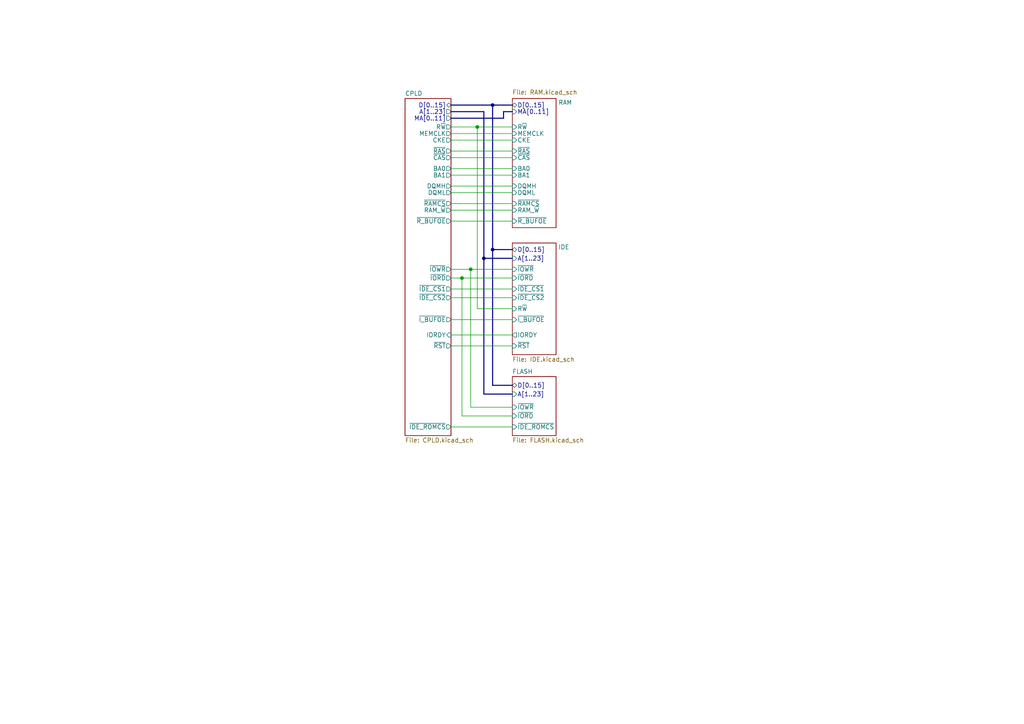
<source format=kicad_sch>
(kicad_sch (version 20211123) (generator eeschema)
  (paper "A4")
  (lib_symbols)
  (junction (at 138.43 36.83))
  (junction (at 133.985 80.645))
  (junction (at 136.525 78.105))
  (junction (at 140.335 74.93))
  (junction (at 142.875 72.39))
  (junction (at 142.875 30.48))
  (wire (pts (xy 133.985 120.65) (xy 133.985 80.645)))
  (bus (pts (xy 130.81 32.385) (xy 140.335 32.385)))
  (wire (pts (xy 130.81 38.735) (xy 148.59 38.735)))
  (wire (pts (xy 130.81 45.72) (xy 148.59 45.72)))
  (bus (pts (xy 146.05 32.385) (xy 148.59 32.385)))
  (bus (pts (xy 142.875 30.48) (xy 148.59 30.48)))
  (bus (pts (xy 140.335 32.385) (xy 140.335 74.93)))
  (wire (pts (xy 130.81 59.055) (xy 148.59 59.055)))
  (bus (pts (xy 148.59 72.39) (xy 142.875 72.39)))
  (wire (pts (xy 148.59 120.65) (xy 133.985 120.65)))
  (bus (pts (xy 142.875 111.76) (xy 142.875 72.39)))
  (wire (pts (xy 148.59 118.11) (xy 136.525 118.11)))
  (wire (pts (xy 130.81 123.825) (xy 148.59 123.825)))
  (wire (pts (xy 130.81 48.895) (xy 148.59 48.895)))
  (wire (pts (xy 130.81 36.83) (xy 138.43 36.83)))
  (wire (pts (xy 136.525 78.105) (xy 148.59 78.105)))
  (bus (pts (xy 140.335 74.93) (xy 140.335 114.3)))
  (wire (pts (xy 133.985 80.645) (xy 148.59 80.645)))
  (wire (pts (xy 130.81 86.36) (xy 148.59 86.36)))
  (wire (pts (xy 138.43 36.83) (xy 148.59 36.83)))
  (wire (pts (xy 130.81 55.88) (xy 148.59 55.88)))
  (bus (pts (xy 130.81 34.29) (xy 146.05 34.29)))
  (wire (pts (xy 130.81 43.815) (xy 148.59 43.815)))
  (wire (pts (xy 130.81 50.8) (xy 148.59 50.8)))
  (bus (pts (xy 140.335 114.3) (xy 148.59 114.3)))
  (wire (pts (xy 130.81 53.975) (xy 148.59 53.975)))
  (wire (pts (xy 130.81 78.105) (xy 136.525 78.105)))
  (bus (pts (xy 140.335 74.93) (xy 148.59 74.93)))
  (wire (pts (xy 130.81 60.96) (xy 148.59 60.96)))
  (wire (pts (xy 136.525 118.11) (xy 136.525 78.105)))
  (wire (pts (xy 130.81 64.135) (xy 148.59 64.135)))
  (wire (pts (xy 138.43 89.535) (xy 148.59 89.535)))
  (wire (pts (xy 130.81 83.82) (xy 148.59 83.82)))
  (wire (pts (xy 130.81 40.64) (xy 148.59 40.64)))
  (wire (pts (xy 130.81 97.155) (xy 148.59 97.155)))
  (bus (pts (xy 146.05 34.29) (xy 146.05 32.385)))
  (wire (pts (xy 130.81 80.645) (xy 133.985 80.645)))
  (bus (pts (xy 148.59 111.76) (xy 142.875 111.76)))
  (wire (pts (xy 130.81 100.33) (xy 148.59 100.33)))
  (wire (pts (xy 130.81 92.71) (xy 148.59 92.71)))
  (bus (pts (xy 142.875 72.39) (xy 142.875 30.48)))
  (bus (pts (xy 130.81 30.48) (xy 142.875 30.48)))
  (wire (pts (xy 138.43 36.83) (xy 138.43 89.535)))
  (sheet (at 148.59 70.485) (size 12.7 32.385) (stroke (width 0.1524))
    (property "Sheet name" "IDE" (at 161.925 72.39 0) (effects (justify left bottom)))
    (property "Sheet file" "IDE.kicad_sch" (at 148.59 103.505 0) (effects (justify left top)))
    (pin "IORDY" output (at 148.59 97.155 180))
    (pin "D[0..15]" bidirectional (at 148.59 72.39 180))
    (pin "R~{W}" input (at 148.59 89.535 180))
    (pin "~{IOWR}" input (at 148.59 78.105 180))
    (pin "~{I_BUFOE}" input (at 148.59 92.71 180))
    (pin "~{IDE_CS1}" input (at 148.59 83.82 180))
    (pin "~{IORD}" input (at 148.59 80.645 180))
    (pin "~{IDE_CS2}" input (at 148.59 86.36 180))
    (pin "A[1..23]" input (at 148.59 74.93 180))
    (pin "~{RST}" input (at 148.59 100.33 180))
  )
  (sheet (at 148.59 109.22) (size 12.7 17.145) (stroke (width 0.1524))
    (property "Sheet name" "FLASH" (at 148.59 108.5084 0) (effects (justify left bottom)))
    (property "Sheet file" "FLASH.kicad_sch" (at 148.59 126.9496 0) (effects (justify left top)))
    (pin "A[1..23]" input (at 148.59 114.3 180))
    (pin "D[0..15]" bidirectional (at 148.59 111.76 180))
    (pin "~{IDE_ROMCS}" input (at 148.59 123.825 180))
    (pin "~{IORD}" input (at 148.59 120.65 180))
    (pin "~{IOWR}" input (at 148.59 118.11 180))
  )
  (sheet (at 148.59 28.575) (size 12.7 37.465) (stroke (width 0.1524))
    (property "Sheet name" "RAM" (at 161.925 30.48 0) (effects (justify left bottom)))
    (property "Sheet file" "RAM.kicad_sch" (at 148.59 26.035 0) (effects (justify left top)))
    (pin "MA[0..11]" input (at 148.59 32.385 180))
    (pin "D[0..15]" bidirectional (at 148.59 30.48 180))
    (pin "CKE" input (at 148.59 40.64 180))
    (pin "R~{W}" input (at 148.59 36.83 180))
    (pin "~{R_BUFOE}" input (at 148.59 64.135 180))
    (pin "BA0" input (at 148.59 48.895 180))
    (pin "BA1" input (at 148.59 50.8 180))
    (pin "MEMCLK" input (at 148.59 38.735 180))
    (pin "~{CAS}" input (at 148.59 45.72 180))
    (pin "~{RAS}" input (at 148.59 43.815 180))
    (pin "RAM_~{W}" input (at 148.59 60.96 180))
    (pin "DQMH" input (at 148.59 53.975 180))
    (pin "~{RAMCS}" input (at 148.59 59.055 180))
    (pin "DQML" input (at 148.59 55.88 180))
  )
  (sheet (at 117.475 28.575) (size 13.335 97.79) (stroke (width 0.1524))
    (property "Sheet name" "CPLD" (at 117.475 27.8634 0) (effects (justify left bottom)))
    (property "Sheet file" "CPLD.kicad_sch" (at 117.475 126.9496 0) (effects (justify left top)))
    (pin "MA[0..11]" output (at 130.81 34.29 0))
    (pin "MEMCLK" output (at 130.81 38.735 0))
    (pin "~{IORD}" output (at 130.81 80.645 0))
    (pin "IORDY" input (at 130.81 97.155 0))
    (pin "~{I_BUFOE}" output (at 130.81 92.71 0))
    (pin "BA1" output (at 130.81 50.8 0))
    (pin "CKE" output (at 130.81 40.64 0))
    (pin "BA0" output (at 130.81 48.895 0))
    (pin "~{RAMCS}" output (at 130.81 59.055 0))
    (pin "~{IDE_ROMCS}" output (at 130.81 123.825 0))
    (pin "~{IDE_CS2}" output (at 130.81 86.36 0))
    (pin "~{IDE_CS1}" output (at 130.81 83.82 0))
    (pin "~{IOWR}" output (at 130.81 78.105 0))
    (pin "~{RAS}" output (at 130.81 43.815 0))
    (pin "~{CAS}" output (at 130.81 45.72 0))
    (pin "DQML" output (at 130.81 55.88 0))
    (pin "DQMH" output (at 130.81 53.975 0))
    (pin "RAM_~{W}" output (at 130.81 60.96 0))
    (pin "~{R_BUFOE}" output (at 130.81 64.135 0))
    (pin "A[1..23]" output (at 130.81 32.385 0))
    (pin "R~{W}" output (at 130.81 36.83 0))
    (pin "D[0..15]" bidirectional (at 130.81 30.48 0))
    (pin "~{RST}" output (at 130.81 100.33 0))
  )
)
</source>
